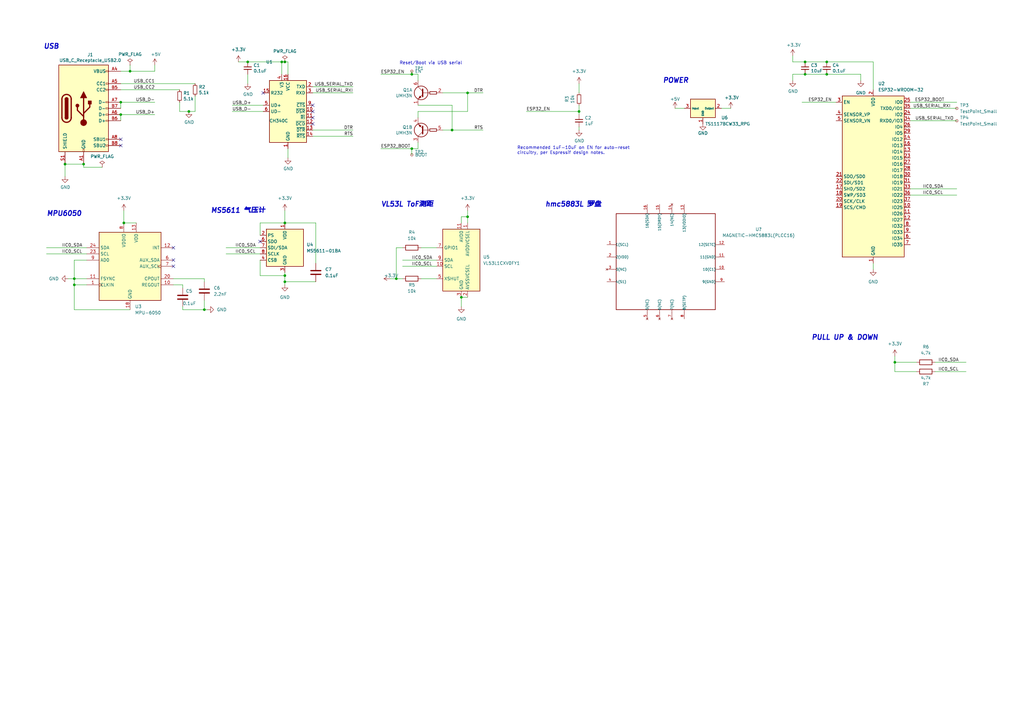
<source format=kicad_sch>
(kicad_sch (version 20211123) (generator eeschema)
  (paper "A3")
  (lib_symbols
    (symbol "+3.3V_1" (power) (pin_names (offset 0))
      (property "Value" "+3.3V_1" (at 0 3.556 0))
      (symbol "+3.3V_1_0_1"
        (polyline (pts (xy -0.762 1.27) (xy 0 2.54)))
        (polyline (pts (xy 0 0) (xy 0 2.54)))
        (polyline (pts (xy 0 2.54) (xy 0.762 1.27)))
      )
      (symbol "+3.3V_1_1_1"
        (pin power_in line (at 0 0 90) (length 0) hide (name "+3.3V") (number "1"))
      )
    )
    (symbol "Connector:TestPoint_Small" (pin_numbers hide) (pin_names (offset 0.762) hide)
      (property "Reference" "TP" (at 0 3.81 0))
      (property "Value" "TestPoint_Small" (at 0 2.032 0))
      (symbol "TestPoint_Small_0_1"
        (circle (center 0 0) (radius 0.508))
      )
      (symbol "TestPoint_Small_1_1"
        (pin passive line (at 0 0 90) (length 0) (name "1") (number "1"))
      )
    )
    (symbol "Connector:USB_C_Receptacle_USB2.0" (pin_names (offset 1.016))
      (property "Reference" "J" (at -10.16 19.05 0))
      (property "Value" "USB_C_Receptacle_USB2.0" (at 19.05 19.05 0))
      (symbol "USB_C_Receptacle_USB2.0_0_0"
        (rectangle (start -0.254 -17.78) (end 0.254 -16.764))
        (rectangle (start 10.16 -14.986) (end 9.144 -15.494))
        (rectangle (start 10.16 -12.446) (end 9.144 -12.954))
        (rectangle (start 10.16 -4.826) (end 9.144 -5.334))
        (rectangle (start 10.16 -2.286) (end 9.144 -2.794))
        (rectangle (start 10.16 0.254) (end 9.144 -0.254))
        (rectangle (start 10.16 2.794) (end 9.144 2.286))
        (rectangle (start 10.16 7.874) (end 9.144 7.366))
        (rectangle (start 10.16 10.414) (end 9.144 9.906))
        (rectangle (start 10.16 15.494) (end 9.144 14.986))
      )
      (symbol "USB_C_Receptacle_USB2.0_0_1"
        (rectangle (start -10.16 17.78) (end 10.16 -17.78) (stroke (width 0.254)) (fill (type background)))
        (arc (start -8.89 -3.81) (mid -6.985 -5.715) (end -5.08 -3.81) (stroke (width 0.508)))
        (arc (start -7.62 -3.81) (mid -6.985 -4.445) (end -6.35 -3.81) (stroke (width 0.254)))
        (arc (start -7.62 -3.81) (mid -6.985 -4.445) (end -6.35 -3.81) (stroke (width 0.254)) (fill (type outline)))
        (rectangle (start -7.62 -3.81) (end -6.35 3.81) (stroke (width 0.254)) (fill (type outline)))
        (arc (start -6.35 3.81) (mid -6.985 4.445) (end -7.62 3.81) (stroke (width 0.254)))
        (arc (start -6.35 3.81) (mid -6.985 4.445) (end -7.62 3.81) (stroke (width 0.254)) (fill (type outline)))
        (arc (start -5.08 3.81) (mid -6.985 5.715) (end -8.89 3.81) (stroke (width 0.508)))
        (circle (center -2.54 1.143) (radius 0.635) (stroke (width 0.254)) (fill (type outline)))
        (circle (center 0 -5.842) (radius 1.27) (fill (type outline)))
        (polyline (pts (xy -8.89 -3.81) (xy -8.89 3.81)) (stroke (width 0.508)))
        (polyline (pts (xy -5.08 3.81) (xy -5.08 -3.81)) (stroke (width 0.508)))
        (polyline (pts (xy 0 -5.842) (xy 0 4.318)) (stroke (width 0.508)))
        (polyline (pts (xy 0 -3.302) (xy -2.54 -0.762) (xy -2.54 0.508)) (stroke (width 0.508)))
        (polyline (pts (xy 0 -2.032) (xy 2.54 0.508) (xy 2.54 1.778)) (stroke (width 0.508)))
        (polyline (pts (xy -1.27 4.318) (xy 0 6.858) (xy 1.27 4.318) (xy -1.27 4.318)) (stroke (width 0.254)) (fill (type outline)))
        (rectangle (start 1.905 1.778) (end 3.175 3.048) (stroke (width 0.254)) (fill (type outline)))
      )
      (symbol "USB_C_Receptacle_USB2.0_1_1"
        (pin passive line (at 0 -22.86 90) (length 5.08) (name "GND") (number "A1"))
        (pin passive line (at 0 -22.86 90) (length 5.08) hide (name "GND") (number "A12"))
        (pin passive line (at 15.24 15.24 180) (length 5.08) (name "VBUS") (number "A4"))
        (pin bidirectional line (at 15.24 10.16 180) (length 5.08) (name "CC1") (number "A5"))
        (pin bidirectional line (at 15.24 -2.54 180) (length 5.08) (name "D+") (number "A6"))
        (pin bidirectional line (at 15.24 2.54 180) (length 5.08) (name "D-") (number "A7"))
        (pin bidirectional line (at 15.24 -12.7 180) (length 5.08) (name "SBU1") (number "A8"))
        (pin passive line (at 15.24 15.24 180) (length 5.08) hide (name "VBUS") (number "A9"))
        (pin passive line (at 0 -22.86 90) (length 5.08) hide (name "GND") (number "B1"))
        (pin passive line (at 0 -22.86 90) (length 5.08) hide (name "GND") (number "B12"))
        (pin passive line (at 15.24 15.24 180) (length 5.08) hide (name "VBUS") (number "B4"))
        (pin bidirectional line (at 15.24 7.62 180) (length 5.08) (name "CC2") (number "B5"))
        (pin bidirectional line (at 15.24 -5.08 180) (length 5.08) (name "D+") (number "B6"))
        (pin bidirectional line (at 15.24 0 180) (length 5.08) (name "D-") (number "B7"))
        (pin bidirectional line (at 15.24 -15.24 180) (length 5.08) (name "SBU2") (number "B8"))
        (pin passive line (at 15.24 15.24 180) (length 5.08) hide (name "VBUS") (number "B9"))
        (pin passive line (at -7.62 -22.86 90) (length 5.08) (name "SHIELD") (number "S1"))
      )
    )
    (symbol "Device:C" (pin_numbers hide) (pin_names (offset 0.254))
      (property "Reference" "C" (at 0.635 2.54 0))
      (property "Value" "C" (at 0.635 -2.54 0))
      (symbol "C_0_1"
        (polyline (pts (xy -2.032 -0.762) (xy 2.032 -0.762)) (stroke (width 0.508)))
        (polyline (pts (xy -2.032 0.762) (xy 2.032 0.762)) (stroke (width 0.508)))
      )
      (symbol "C_1_1"
        (pin passive line (at 0 3.81 270) (length 2.794) (name "~") (number "1"))
        (pin passive line (at 0 -3.81 90) (length 2.794) (name "~") (number "2"))
      )
    )
    (symbol "Device:C_Small" (pin_numbers hide) (pin_names (offset 0.254) hide)
      (property "Reference" "C" (at 0.254 1.778 0))
      (property "Value" "C_Small" (at 0.254 -2.032 0))
      (symbol "C_Small_0_1"
        (polyline (pts (xy -1.524 -0.508) (xy 1.524 -0.508)) (stroke (width 0.3302)))
        (polyline (pts (xy -1.524 0.508) (xy 1.524 0.508)) (stroke (width 0.3048)))
      )
      (symbol "C_Small_1_1"
        (pin passive line (at 0 2.54 270) (length 2.032) (name "~") (number "1"))
        (pin passive line (at 0 -2.54 90) (length 2.032) (name "~") (number "2"))
      )
    )
    (symbol "Device:R" (pin_numbers hide) (pin_names (offset 0))
      (property "Reference" "R" (at 2.032 0 90))
      (property "Value" "R" (at 0 0 90))
      (symbol "R_0_1"
        (rectangle (start -1.016 -2.54) (end 1.016 2.54) (stroke (width 0.254)))
      )
      (symbol "R_1_1"
        (pin passive line (at 0 3.81 270) (length 1.27) (name "~") (number "1"))
        (pin passive line (at 0 -3.81 90) (length 1.27) (name "~") (number "2"))
      )
    )
    (symbol "Device:R_Small" (pin_numbers hide) (pin_names (offset 0.254) hide)
      (property "Reference" "R" (at 0.762 0.508 0))
      (property "Value" "R_Small" (at 0.762 -1.016 0))
      (symbol "R_Small_0_1"
        (rectangle (start -0.762 1.778) (end 0.762 -1.778) (stroke (width 0.2032)))
      )
      (symbol "R_Small_1_1"
        (pin passive line (at 0 2.54 270) (length 0.762) (name "~") (number "1"))
        (pin passive line (at 0 -2.54 90) (length 0.762) (name "~") (number "2"))
      )
    )
    (symbol "HMC5883L:MAGNETIC-HMC5883L(PLCC16)" (pin_names (offset 1.016))
      (property "Reference" "U" (at 17.8054 22.8854 0))
      (property "Value" "MAGNETIC-HMC5883L(PLCC16)" (at 17.8054 20.3454 0))
      (symbol "MAGNETIC-HMC5883L(PLCC16)_0_0"
        (polyline (pts (xy -21.59 -7.62) (xy -20.32 -7.62)) (stroke (width 0.1524)))
        (polyline (pts (xy -21.59 -2.54) (xy -20.32 -2.54)) (stroke (width 0.1524)))
        (polyline (pts (xy -21.59 2.54) (xy -20.32 2.54)) (stroke (width 0.1524)))
        (polyline (pts (xy -21.59 7.62) (xy -20.32 7.62)) (stroke (width 0.1524)))
        (polyline (pts (xy -20.32 -19.05) (xy -7.62 -19.05)) (stroke (width 0.254)))
        (polyline (pts (xy -20.32 -7.62) (xy -20.32 -19.05)) (stroke (width 0.254)))
        (polyline (pts (xy -20.32 -2.54) (xy -20.32 -7.62)) (stroke (width 0.254)))
        (polyline (pts (xy -20.32 2.54) (xy -20.32 -2.54)) (stroke (width 0.254)))
        (polyline (pts (xy -20.32 7.62) (xy -20.32 2.54)) (stroke (width 0.254)))
        (polyline (pts (xy -20.32 20.32) (xy -20.32 7.62)) (stroke (width 0.254)))
        (polyline (pts (xy -7.62 -20.32) (xy -7.62 -19.05)) (stroke (width 0.1524)))
        (polyline (pts (xy -7.62 -19.05) (xy -2.54 -19.05)) (stroke (width 0.254)))
        (polyline (pts (xy -7.62 20.32) (xy -20.32 20.32)) (stroke (width 0.254)))
        (polyline (pts (xy -7.62 20.32) (xy -7.62 21.59)) (stroke (width 0.1524)))
        (polyline (pts (xy -2.54 -20.32) (xy -2.54 -19.05)) (stroke (width 0.1524)))
        (polyline (pts (xy -2.54 -19.05) (xy 2.54 -19.05)) (stroke (width 0.254)))
        (polyline (pts (xy -2.54 20.32) (xy -7.62 20.32)) (stroke (width 0.254)))
        (polyline (pts (xy -2.54 20.32) (xy -2.54 21.59)) (stroke (width 0.1524)))
        (polyline (pts (xy 2.54 -20.32) (xy 2.54 -19.05)) (stroke (width 0.1524)))
        (polyline (pts (xy 2.54 -19.05) (xy 7.62 -19.05)) (stroke (width 0.254)))
        (polyline (pts (xy 2.54 20.32) (xy -2.54 20.32)) (stroke (width 0.254)))
        (polyline (pts (xy 2.54 20.32) (xy 2.54 21.59)) (stroke (width 0.1524)))
        (polyline (pts (xy 7.62 -20.32) (xy 7.62 -19.05)) (stroke (width 0.1524)))
        (polyline (pts (xy 7.62 -19.05) (xy 20.32 -19.05)) (stroke (width 0.254)))
        (polyline (pts (xy 7.62 20.32) (xy 2.54 20.32)) (stroke (width 0.254)))
        (polyline (pts (xy 7.62 20.32) (xy 7.62 21.59)) (stroke (width 0.1524)))
        (polyline (pts (xy 20.32 -19.05) (xy 20.32 -7.62)) (stroke (width 0.254)))
        (polyline (pts (xy 20.32 -7.62) (xy 20.32 -2.54)) (stroke (width 0.254)))
        (polyline (pts (xy 20.32 -7.62) (xy 21.59 -7.62)) (stroke (width 0.1524)))
        (polyline (pts (xy 20.32 -2.54) (xy 20.32 2.54)) (stroke (width 0.254)))
        (polyline (pts (xy 20.32 -2.54) (xy 21.59 -2.54)) (stroke (width 0.1524)))
        (polyline (pts (xy 20.32 2.54) (xy 20.32 7.62)) (stroke (width 0.254)))
        (polyline (pts (xy 20.32 2.54) (xy 21.59 2.54)) (stroke (width 0.1524)))
        (polyline (pts (xy 20.32 7.62) (xy 20.32 20.32)) (stroke (width 0.254)))
        (polyline (pts (xy 20.32 7.62) (xy 21.59 7.62)) (stroke (width 0.1524)))
        (polyline (pts (xy 20.32 20.32) (xy 7.62 20.32)) (stroke (width 0.254)))
        (pin bidirectional line (at -24.13 7.62 0) (length 2.54) (name "1(SCL)") (number "1"))
        (pin bidirectional line (at 24.13 -2.54 180) (length 2.54) (name "10(C1)") (number "10"))
        (pin output line (at 24.13 2.54 180) (length 2.54) (name "11(GND)") (number "11"))
        (pin bidirectional line (at 24.13 7.62 180) (length 2.54) (name "12(SETC)") (number "12"))
        (pin output line (at 7.62 24.13 270) (length 2.54) (name "13(VDDIO)") (number "13"))
        (pin no_connect line (at 2.54 24.13 270) (length 2.54) (name "14(NC)") (number "14"))
        (pin bidirectional line (at -2.54 24.13 270) (length 2.54) (name "15(DRDY)") (number "15"))
        (pin bidirectional line (at -7.62 24.13 270) (length 2.54) (name "16(SDA)") (number "16"))
        (pin output line (at -24.13 2.54 0) (length 2.54) (name "2(VDD)") (number "2"))
        (pin no_connect line (at -24.13 -2.54 0) (length 2.54) (name "3(NC)") (number "3"))
        (pin bidirectional line (at -24.13 -7.62 0) (length 2.54) (name "4(S1)") (number "4"))
        (pin no_connect line (at -7.62 -22.86 90) (length 2.54) (name "5(NC)") (number "5"))
        (pin no_connect line (at -2.54 -22.86 90) (length 2.54) (name "6(NC)") (number "6"))
        (pin no_connect line (at 2.54 -22.86 90) (length 2.54) (name "7(NC)") (number "7"))
        (pin bidirectional line (at 7.62 -22.86 90) (length 2.54) (name "8(SETP)") (number "8"))
        (pin power_in line (at 24.13 -7.62 180) (length 2.54) (name "9(GND)") (number "9"))
      )
    )
    (symbol "Interface_USB:CH340C"
      (property "Reference" "U" (at -5.08 13.97 0))
      (property "Value" "CH340C" (at 1.27 13.97 0))
      (symbol "CH340C_0_1"
        (rectangle (start -7.62 12.7) (end 7.62 -12.7) (stroke (width 0.254)) (fill (type background)))
      )
      (symbol "CH340C_1_1"
        (pin power_in line (at 0 -15.24 90) (length 2.54) (name "GND") (number "1"))
        (pin input line (at 10.16 0 180) (length 2.54) (name "~{DSR}") (number "10"))
        (pin input line (at 10.16 -2.54 180) (length 2.54) (name "~{RI}") (number "11"))
        (pin input line (at 10.16 -5.08 180) (length 2.54) (name "~{DCD}") (number "12"))
        (pin output line (at 10.16 -7.62 180) (length 2.54) (name "~{DTR}") (number "13"))
        (pin output line (at 10.16 -10.16 180) (length 2.54) (name "~{RTS}") (number "14"))
        (pin input line (at -10.16 7.62 0) (length 2.54) (name "R232") (number "15"))
        (pin power_in line (at 0 15.24 270) (length 2.54) (name "VCC") (number "16"))
        (pin output line (at 10.16 10.16 180) (length 2.54) (name "TXD") (number "2"))
        (pin input line (at 10.16 7.62 180) (length 2.54) (name "RXD") (number "3"))
        (pin passive line (at -2.54 15.24 270) (length 2.54) (name "V3") (number "4"))
        (pin bidirectional line (at -10.16 2.54 0) (length 2.54) (name "UD+") (number "5"))
        (pin bidirectional line (at -10.16 0 0) (length 2.54) (name "UD-") (number "6"))
        (pin no_connect line (at -7.62 -7.62 0) (length 2.54) hide (name "NC") (number "7"))
        (pin no_connect line (at -7.62 -10.16 0) (length 2.54) hide (name "NC") (number "8"))
        (pin input line (at 10.16 2.54 180) (length 2.54) (name "~{CTS}") (number "9"))
      )
    )
    (symbol "RF_Module:ESP32-WROOM-32"
      (property "Reference" "U" (at -12.7 34.29 0))
      (property "Value" "ESP32-WROOM-32" (at 1.27 34.29 0))
      (symbol "ESP32-WROOM-32_0_1"
        (rectangle (start -12.7 33.02) (end 12.7 -33.02) (stroke (width 0.254)) (fill (type background)))
      )
      (symbol "ESP32-WROOM-32_1_1"
        (pin power_in line (at 0 -35.56 90) (length 2.54) (name "GND") (number "1"))
        (pin bidirectional line (at 15.24 -12.7 180) (length 2.54) (name "IO25") (number "10"))
        (pin bidirectional line (at 15.24 -15.24 180) (length 2.54) (name "IO26") (number "11"))
        (pin bidirectional line (at 15.24 -17.78 180) (length 2.54) (name "IO27") (number "12"))
        (pin bidirectional line (at 15.24 10.16 180) (length 2.54) (name "IO14") (number "13"))
        (pin bidirectional line (at 15.24 15.24 180) (length 2.54) (name "IO12") (number "14"))
        (pin passive line (at 0 -35.56 90) (length 2.54) hide (name "GND") (number "15"))
        (pin bidirectional line (at 15.24 12.7 180) (length 2.54) (name "IO13") (number "16"))
        (pin bidirectional line (at -15.24 -5.08 0) (length 2.54) (name "SHD/SD2") (number "17"))
        (pin bidirectional line (at -15.24 -7.62 0) (length 2.54) (name "SWP/SD3") (number "18"))
        (pin bidirectional line (at -15.24 -12.7 0) (length 2.54) (name "SCS/CMD") (number "19"))
        (pin power_in line (at 0 35.56 270) (length 2.54) (name "VDD") (number "2"))
        (pin bidirectional line (at -15.24 -10.16 0) (length 2.54) (name "SCK/CLK") (number "20"))
        (pin bidirectional line (at -15.24 0 0) (length 2.54) (name "SDO/SD0") (number "21"))
        (pin bidirectional line (at -15.24 -2.54 0) (length 2.54) (name "SDI/SD1") (number "22"))
        (pin bidirectional line (at 15.24 7.62 180) (length 2.54) (name "IO15") (number "23"))
        (pin bidirectional line (at 15.24 25.4 180) (length 2.54) (name "IO2") (number "24"))
        (pin bidirectional line (at 15.24 30.48 180) (length 2.54) (name "IO0") (number "25"))
        (pin bidirectional line (at 15.24 20.32 180) (length 2.54) (name "IO4") (number "26"))
        (pin bidirectional line (at 15.24 5.08 180) (length 2.54) (name "IO16") (number "27"))
        (pin bidirectional line (at 15.24 2.54 180) (length 2.54) (name "IO17") (number "28"))
        (pin bidirectional line (at 15.24 17.78 180) (length 2.54) (name "IO5") (number "29"))
        (pin input line (at -15.24 30.48 0) (length 2.54) (name "EN") (number "3"))
        (pin bidirectional line (at 15.24 0 180) (length 2.54) (name "IO18") (number "30"))
        (pin bidirectional line (at 15.24 -2.54 180) (length 2.54) (name "IO19") (number "31"))
        (pin no_connect line (at -12.7 -27.94 0) (length 2.54) hide (name "NC") (number "32"))
        (pin bidirectional line (at 15.24 -5.08 180) (length 2.54) (name "IO21") (number "33"))
        (pin bidirectional line (at 15.24 22.86 180) (length 2.54) (name "RXD0/IO3") (number "34"))
        (pin bidirectional line (at 15.24 27.94 180) (length 2.54) (name "TXD0/IO1") (number "35"))
        (pin bidirectional line (at 15.24 -7.62 180) (length 2.54) (name "IO22") (number "36"))
        (pin bidirectional line (at 15.24 -10.16 180) (length 2.54) (name "IO23") (number "37"))
        (pin passive line (at 0 -35.56 90) (length 2.54) hide (name "GND") (number "38"))
        (pin passive line (at 0 -35.56 90) (length 2.54) hide (name "GND") (number "39"))
        (pin input line (at -15.24 25.4 0) (length 2.54) (name "SENSOR_VP") (number "4"))
        (pin input line (at -15.24 22.86 0) (length 2.54) (name "SENSOR_VN") (number "5"))
        (pin input line (at 15.24 -25.4 180) (length 2.54) (name "IO34") (number "6"))
        (pin input line (at 15.24 -27.94 180) (length 2.54) (name "IO35") (number "7"))
        (pin bidirectional line (at 15.24 -20.32 180) (length 2.54) (name "IO32") (number "8"))
        (pin bidirectional line (at 15.24 -22.86 180) (length 2.54) (name "IO33") (number "9"))
      )
    )
    (symbol "Regulator_Linear:TS1117BCW33_RPG"
      (property "Reference" "U" (at 0 8.89 0))
      (property "Value" "TS1117BCW33_RPG" (at 0 6.35 0))
      (symbol "TS1117BCW33_RPG_0_1"
        (rectangle (start -5.08 3.81) (end 5.08 -3.81) (stroke (width 0.25)) (fill (type background)))
      )
      (symbol "TS1117BCW33_RPG_1_1"
        (pin power_in line (at 0 -6.35 90) (length 2.54) (name "GND") (number "1"))
        (pin passive line (at 7.62 0 180) (length 2.54) (name "Output") (number "2"))
        (pin power_in line (at -7.62 0 0) (length 2.54) (name "Input") (number "3"))
      )
    )
    (symbol "Sensor_Distance:VL53L1CXV0FY1"
      (property "Reference" "U" (at -6.35 13.97 0))
      (property "Value" "VL53L1CXV0FY1" (at 12.065 13.97 0))
      (symbol "VL53L1CXV0FY1_0_1"
        (rectangle (start -7.62 12.7) (end 7.62 -12.7) (stroke (width 0.254)) (fill (type background)))
      )
      (symbol "VL53L1CXV0FY1_1_1"
        (pin power_in line (at 2.54 15.24 270) (length 2.54) (name "AVDDVCSEL") (number "1"))
        (pin input line (at -10.16 -2.54 0) (length 2.54) (name "SCL") (number "10"))
        (pin power_in line (at 0 15.24 270) (length 2.54) (name "AVDD") (number "11"))
        (pin passive line (at 0 -15.24 90) (length 2.54) hide (name "GND") (number "12"))
        (pin power_in line (at 2.54 -15.24 90) (length 2.54) (name "AVSSVCSEL") (number "2"))
        (pin power_in line (at 0 -15.24 90) (length 2.54) (name "GND") (number "3"))
        (pin passive line (at 0 -15.24 90) (length 2.54) hide (name "GND") (number "4"))
        (pin input line (at -10.16 -7.62 0) (length 2.54) (name "XSHUT") (number "5"))
        (pin passive line (at 0 -15.24 90) (length 2.54) hide (name "GND") (number "6"))
        (pin open_collector line (at -10.16 5.08 0) (length 2.54) (name "GPIO1") (number "7"))
        (pin no_connect line (at -7.62 7.62 0) (length 2.54) hide (name "DNC") (number "8"))
        (pin bidirectional line (at -10.16 0 0) (length 2.54) (name "SDA") (number "9"))
      )
    )
    (symbol "Sensor_Motion:MPU-6050"
      (property "Reference" "U" (at -11.43 13.97 0))
      (property "Value" "MPU-6050" (at 7.62 -15.24 0))
      (symbol "MPU-6050_0_0"
        (text "" (at 12.7 -2.54 0) (effects (font (size 1.27 1.27))))
      )
      (symbol "MPU-6050_0_1"
        (rectangle (start -12.7 13.97) (end 12.7 -13.97) (stroke (width 0.254)) (fill (type background)))
      )
      (symbol "MPU-6050_1_1"
        (pin input clock (at -17.78 -7.62 0) (length 5.08) (name "CLKIN") (number "1"))
        (pin passive line (at 17.78 -7.62 180) (length 5.08) (name "REGOUT") (number "10"))
        (pin input line (at -17.78 -5.08 0) (length 5.08) (name "FSYNC") (number "11"))
        (pin output line (at 17.78 7.62 180) (length 5.08) (name "INT") (number "12"))
        (pin power_in line (at 2.54 17.78 270) (length 3.81) (name "VDD") (number "13"))
        (pin no_connect line (at -12.7 -10.16 0) (length 2.54) hide (name "NC") (number "14"))
        (pin no_connect line (at 12.7 12.7 180) (length 2.54) hide (name "NC") (number "15"))
        (pin no_connect line (at 12.7 10.16 180) (length 2.54) hide (name "NC") (number "16"))
        (pin no_connect line (at 12.7 5.08 180) (length 2.54) hide (name "NC") (number "17"))
        (pin power_in line (at 0 -17.78 90) (length 3.81) (name "GND") (number "18"))
        (pin no_connect line (at 12.7 -10.16 180) (length 2.54) hide (name "NC") (number "19"))
        (pin no_connect line (at -12.7 12.7 0) (length 2.54) hide (name "NC") (number "2"))
        (pin passive line (at 17.78 -5.08 180) (length 5.08) (name "CPOUT") (number "20"))
        (pin no_connect line (at 12.7 -2.54 180) (length 2.54) hide (name "NC") (number "21"))
        (pin no_connect line (at 12.7 -12.7 180) (length 2.54) hide (name "NC") (number "22"))
        (pin input line (at -17.78 5.08 0) (length 5.08) (name "SCL") (number "23"))
        (pin bidirectional line (at -17.78 7.62 0) (length 5.08) (name "SDA") (number "24"))
        (pin no_connect line (at -12.7 10.16 0) (length 2.54) hide (name "NC") (number "3"))
        (pin no_connect line (at -12.7 0 0) (length 2.54) hide (name "NC") (number "4"))
        (pin no_connect line (at -12.7 -2.54 0) (length 2.54) hide (name "NC") (number "5"))
        (pin bidirectional line (at 17.78 2.54 180) (length 5.08) (name "AUX_SDA") (number "6"))
        (pin output clock (at 17.78 0 180) (length 5.08) (name "AUX_SCL") (number "7"))
        (pin power_in line (at -2.54 17.78 270) (length 3.81) (name "VDDIO") (number "8"))
        (pin input line (at -17.78 2.54 0) (length 5.08) (name "AD0") (number "9"))
      )
    )
    (symbol "Sensor_Pressure:MS5611-01BA"
      (property "Reference" "U" (at -6.35 8.89 0))
      (property "Value" "MS5611-01BA" (at 7.62 8.89 0))
      (symbol "MS5611-01BA_0_1"
        (rectangle (start -7.62 7.62) (end 7.62 -7.62) (stroke (width 0.254)) (fill (type background)))
      )
      (symbol "MS5611-01BA_1_1"
        (pin power_in line (at 0 10.16 270) (length 2.54) (name "VDD") (number "1"))
        (pin input line (at -10.16 5.08 0) (length 2.54) (name "PS") (number "2"))
        (pin power_in line (at 0 -10.16 90) (length 2.54) (name "GND") (number "3"))
        (pin input line (at -10.16 -5.08 0) (length 2.54) (name "CSB") (number "4"))
        (pin input line (at -10.16 -5.08 0) (length 2.54) hide (name "CSB") (number "5"))
        (pin output line (at -10.16 2.54 0) (length 2.54) (name "SDO") (number "6"))
        (pin bidirectional line (at -10.16 0 0) (length 2.54) (name "SDI/SDA") (number "7"))
        (pin input line (at -10.16 -2.54 0) (length 2.54) (name "SCLK") (number "8"))
      )
    )
    (symbol "Transistor_BJT:UMH3N" (pin_names hide)
      (property "Reference" "Q" (at 7.62 1.27 0))
      (property "Value" "UMH3N" (at 7.62 -1.27 0))
      (symbol "UMH3N_0_1"
        (polyline (pts (xy 3.175 0) (xy 0.254 0)))
        (polyline (pts (xy 3.175 0.635) (xy 5.08 2.54)))
        (polyline (pts (xy 3.175 1.524) (xy 3.175 -1.524)) (stroke (width 0.508)))
        (polyline (pts (xy 3.175 -0.635) (xy 5.08 -2.54) (xy 5.08 -2.54)))
        (polyline (pts (xy 3.81 -1.778) (xy 4.318 -1.27) (xy 4.826 -2.286) (xy 3.81 -1.778) (xy 3.81 -1.778)) (fill (type outline)))
        (rectangle (start 0.254 0.508) (end -2.54 -0.508) (stroke (width 0.254)))
        (circle (center 3.81 0) (radius 2.8194) (stroke (width 0.254)))
      )
      (symbol "UMH3N_1_1"
        (pin passive line (at 5.08 -5.08 90) (length 2.54) (name "E1") (number "1"))
        (pin input line (at -5.08 0 0) (length 2.54) (name "B1") (number "2"))
        (pin passive line (at 5.08 5.08 270) (length 2.54) (name "C1") (number "6"))
      )
      (symbol "UMH3N_2_1"
        (pin passive line (at 5.08 5.08 270) (length 2.54) (name "C2") (number "3"))
        (pin passive line (at 5.08 -5.08 90) (length 2.54) (name "E2") (number "4"))
        (pin input line (at -5.08 0 0) (length 2.54) (name "B2") (number "5"))
      )
    )
    (symbol "power:+3.3V" (power) (pin_names (offset 0))
      (property "Value" "+3.3V" (at 0 3.556 0))
      (symbol "+3.3V_0_1"
        (polyline (pts (xy -0.762 1.27) (xy 0 2.54)))
        (polyline (pts (xy 0 0) (xy 0 2.54)))
        (polyline (pts (xy 0 2.54) (xy 0.762 1.27)))
      )
      (symbol "+3.3V_1_1"
        (pin power_in line (at 0 0 90) (length 0) hide (name "+3.3V") (number "1"))
      )
    )
    (symbol "power:+5V" (power) (pin_names (offset 0))
      (property "Value" "+5V" (at 0 3.556 0))
      (symbol "+5V_0_1"
        (polyline (pts (xy -0.762 1.27) (xy 0 2.54)))
        (polyline (pts (xy 0 0) (xy 0 2.54)))
        (polyline (pts (xy 0 2.54) (xy 0.762 1.27)))
      )
      (symbol "+5V_1_1"
        (pin power_in line (at 0 0 90) (length 0) hide (name "+5V") (number "1"))
      )
    )
    (symbol "power:GND" (power) (pin_names (offset 0))
      (property "Value" "GND" (at 0 -3.81 0))
      (symbol "GND_0_1"
        (polyline (pts (xy 0 0) (xy 0 -1.27) (xy 1.27 -1.27) (xy 0 -2.54) (xy -1.27 -1.27) (xy 0 -1.27)))
      )
      (symbol "GND_1_1"
        (pin power_in line (at 0 0 270) (length 0) hide (name "GND") (number "1"))
      )
    )
    (symbol "power:PWR_FLAG" (power) (pin_numbers hide) (pin_names (offset 0) hide)
      (property "Value" "PWR_FLAG" (at 0 3.81 0))
      (symbol "PWR_FLAG_0_0"
        (pin power_out line (at 0 0 90) (length 0) (name "pwr") (number "1"))
      )
      (symbol "PWR_FLAG_0_1"
        (polyline (pts (xy 0 0) (xy 0 1.27) (xy -1.016 1.905) (xy 0 2.54) (xy 1.016 1.905) (xy 0 1.27)))
      )
    )
  )
  (junction (at 191.77 38.1))
  (junction (at 191.77 88.9))
  (junction (at 162.56 114.3))
  (junction (at 34.29 67.31))
  (junction (at 77.47 45.72))
  (junction (at 115.57 25.4))
  (junction (at 168.91 60.96))
  (junction (at 53.34 29.21))
  (junction (at 49.53 46.99))
  (junction (at 30.48 116.84))
  (junction (at 83.82 127))
  (junction (at 185.42 53.34))
  (junction (at 50.8 91.44))
  (junction (at 26.67 67.31))
  (junction (at 116.84 115.57))
  (junction (at 49.53 41.91))
  (junction (at 367.03 148.59))
  (junction (at 116.84 91.44))
  (junction (at 339.09 25.4))
  (junction (at 339.09 30.48))
  (junction (at 189.23 121.92))
  (junction (at 168.91 30.48))
  (junction (at 237.49 45.72))
  (junction (at 116.84 113.03))
  (junction (at 330.2 25.4))
  (junction (at 101.6 25.4))
  (junction (at 116.84 25.4))
  (junction (at 330.2 30.48))
  (junction (at 30.48 114.3))
  (no_connect (at 49.53 59.69))
  (no_connect (at 128.27 45.72))
  (no_connect (at 128.27 48.26))
  (no_connect (at 107.95 38.1))
  (no_connect (at 106.68 99.06))
  (no_connect (at 49.53 57.15))
  (no_connect (at 71.12 106.68))
  (no_connect (at 71.12 109.22))
  (no_connect (at 128.27 50.8))
  (no_connect (at 128.27 43.18))
  (no_connect (at 71.12 101.6))
  (wire (pts (xy 49.53 46.99) (xy 49.53 49.53)))
  (wire (pts (xy 330.2 25.4) (xy 325.12 25.4)))
  (wire (pts (xy 189.23 121.92) (xy 189.23 125.73)))
  (wire (pts (xy 118.11 25.4) (xy 116.84 25.4)))
  (wire (pts (xy 71.12 114.3) (xy 83.82 114.3)))
  (wire (pts (xy 339.09 25.4) (xy 330.2 25.4)))
  (wire (pts (xy 101.6 25.4) (xy 115.57 25.4)))
  (wire (pts (xy 189.23 91.44) (xy 189.23 88.9)))
  (wire (pts (xy 160.02 114.3) (xy 162.56 114.3)))
  (wire (pts (xy 373.38 41.91) (xy 392.43 41.91)))
  (wire (pts (xy 373.38 77.47) (xy 392.43 77.47)))
  (wire (pts (xy 353.06 30.48) (xy 353.06 33.02)))
  (wire (pts (xy 27.94 114.3) (xy 30.48 114.3)))
  (wire (pts (xy 128.27 35.56) (xy 144.78 35.56)))
  (wire (pts (xy 367.03 146.05) (xy 367.03 148.59)))
  (wire (pts (xy 171.45 30.48) (xy 171.45 33.02)))
  (wire (pts (xy 80.01 45.72) (xy 80.01 39.37)))
  (wire (pts (xy 26.67 67.31) (xy 26.67 72.39)))
  (wire (pts (xy 171.45 43.18) (xy 185.42 43.18)))
  (wire (pts (xy 181.61 53.34) (xy 185.42 53.34)))
  (wire (pts (xy 116.84 113.03) (xy 116.84 115.57)))
  (wire (pts (xy 34.29 68.58) (xy 41.91 68.58)))
  (wire (pts (xy 97.79 25.4) (xy 101.6 25.4)))
  (wire (pts (xy 77.47 45.72) (xy 80.01 45.72)))
  (wire (pts (xy 30.48 114.3) (xy 35.56 114.3)))
  (wire (pts (xy 168.91 63.5) (xy 168.91 60.96)))
  (wire (pts (xy 171.45 45.72) (xy 191.77 45.72)))
  (wire (pts (xy 156.21 30.48) (xy 168.91 30.48)))
  (wire (pts (xy 106.68 106.68) (xy 106.68 113.03)))
  (wire (pts (xy 358.14 107.95) (xy 358.14 110.49)))
  (wire (pts (xy 165.1 109.22) (xy 179.07 109.22)))
  (wire (pts (xy 92.71 101.6) (xy 106.68 101.6)))
  (wire (pts (xy 49.53 46.99) (xy 63.5 46.99)))
  (wire (pts (xy 162.56 101.6) (xy 162.56 114.3)))
  (wire (pts (xy 49.53 34.29) (xy 80.01 34.29)))
  (wire (pts (xy 116.84 115.57) (xy 116.84 116.84)))
  (wire (pts (xy 35.56 116.84) (xy 30.48 116.84)))
  (wire (pts (xy 185.42 43.18) (xy 185.42 53.34)))
  (wire (pts (xy 116.84 86.36) (xy 116.84 91.44)))
  (wire (pts (xy 276.86 44.45) (xy 280.67 44.45)))
  (wire (pts (xy 116.84 25.4) (xy 115.57 25.4)))
  (wire (pts (xy 185.42 53.34) (xy 198.12 53.34)))
  (wire (pts (xy 191.77 38.1) (xy 198.12 38.1)))
  (wire (pts (xy 373.38 44.45) (xy 392.43 44.45)))
  (wire (pts (xy 49.53 41.91) (xy 49.53 44.45)))
  (wire (pts (xy 168.91 30.48) (xy 171.45 30.48)))
  (wire (pts (xy 30.48 116.84) (xy 30.48 114.3)))
  (wire (pts (xy 35.56 106.68) (xy 30.48 106.68)))
  (wire (pts (xy 83.82 123.19) (xy 83.82 127)))
  (wire (pts (xy 30.48 106.68) (xy 30.48 114.3)))
  (wire (pts (xy 191.77 45.72) (xy 191.77 38.1)))
  (wire (pts (xy 71.12 116.84) (xy 74.93 116.84)))
  (wire (pts (xy 74.93 116.84) (xy 74.93 118.11)))
  (wire (pts (xy 383.54 148.59) (xy 396.24 148.59)))
  (wire (pts (xy 83.82 127) (xy 85.09 127)))
  (wire (pts (xy 118.11 30.48) (xy 118.11 25.4)))
  (wire (pts (xy 106.68 113.03) (xy 116.84 113.03)))
  (wire (pts (xy 325.12 25.4) (xy 325.12 22.86)))
  (wire (pts (xy 383.54 152.4) (xy 396.24 152.4)))
  (wire (pts (xy 95.25 45.72) (xy 107.95 45.72)))
  (wire (pts (xy 191.77 121.92) (xy 189.23 121.92)))
  (wire (pts (xy 373.38 80.01) (xy 392.43 80.01)))
  (wire (pts (xy 189.23 88.9) (xy 191.77 88.9)))
  (wire (pts (xy 74.93 125.73) (xy 74.93 127)))
  (wire (pts (xy 339.09 30.48) (xy 353.06 30.48)))
  (wire (pts (xy 162.56 114.3) (xy 165.1 114.3)))
  (wire (pts (xy 73.66 41.91) (xy 73.66 45.72)))
  (wire (pts (xy 237.49 53.34) (xy 237.49 52.07)))
  (wire (pts (xy 101.6 30.48) (xy 101.6 34.29)))
  (wire (pts (xy 191.77 86.36) (xy 191.77 88.9)))
  (wire (pts (xy 19.05 101.6) (xy 35.56 101.6)))
  (wire (pts (xy 168.91 29.21) (xy 168.91 30.48)))
  (wire (pts (xy 358.14 25.4) (xy 358.14 36.83)))
  (wire (pts (xy 129.54 107.95) (xy 129.54 91.44)))
  (wire (pts (xy 19.05 104.14) (xy 35.56 104.14)))
  (wire (pts (xy 373.38 49.53) (xy 392.43 49.53)))
  (wire (pts (xy 115.57 25.4) (xy 115.57 30.48)))
  (wire (pts (xy 129.54 91.44) (xy 116.84 91.44)))
  (wire (pts (xy 53.34 29.21) (xy 63.5 29.21)))
  (wire (pts (xy 49.53 29.21) (xy 53.34 29.21)))
  (wire (pts (xy 118.11 64.77) (xy 118.11 60.96)))
  (wire (pts (xy 215.9 45.72) (xy 237.49 45.72)))
  (wire (pts (xy 168.91 60.96) (xy 156.21 60.96)))
  (wire (pts (xy 165.1 106.68) (xy 179.07 106.68)))
  (wire (pts (xy 34.29 67.31) (xy 26.67 67.31)))
  (wire (pts (xy 237.49 34.29) (xy 237.49 38.1)))
  (wire (pts (xy 30.48 127) (xy 30.48 116.84)))
  (wire (pts (xy 106.68 91.44) (xy 116.84 91.44)))
  (wire (pts (xy 237.49 45.72) (xy 237.49 43.18)))
  (wire (pts (xy 367.03 148.59) (xy 375.92 148.59)))
  (wire (pts (xy 92.71 104.14) (xy 106.68 104.14)))
  (wire (pts (xy 295.91 44.45) (xy 299.72 44.45)))
  (wire (pts (xy 328.93 41.91) (xy 342.9 41.91)))
  (wire (pts (xy 106.68 96.52) (xy 106.68 91.44)))
  (wire (pts (xy 55.88 91.44) (xy 50.8 91.44)))
  (wire (pts (xy 165.1 101.6) (xy 162.56 101.6)))
  (wire (pts (xy 128.27 38.1) (xy 144.78 38.1)))
  (wire (pts (xy 367.03 152.4) (xy 367.03 148.59)))
  (wire (pts (xy 63.5 26.67) (xy 63.5 29.21)))
  (wire (pts (xy 128.27 55.88) (xy 144.78 55.88)))
  (wire (pts (xy 74.93 127) (xy 83.82 127)))
  (wire (pts (xy 73.66 45.72) (xy 77.47 45.72)))
  (wire (pts (xy 49.53 41.91) (xy 63.5 41.91)))
  (wire (pts (xy 53.34 127) (xy 30.48 127)))
  (wire (pts (xy 53.34 26.67) (xy 53.34 29.21)))
  (wire (pts (xy 128.27 53.34) (xy 144.78 53.34)))
  (wire (pts (xy 34.29 67.31) (xy 34.29 68.58)))
  (wire (pts (xy 83.82 114.3) (xy 83.82 115.57)))
  (wire (pts (xy 129.54 115.57) (xy 116.84 115.57)))
  (wire (pts (xy 325.12 30.48) (xy 325.12 33.02)))
  (wire (pts (xy 116.84 111.76) (xy 116.84 113.03)))
  (wire (pts (xy 325.12 30.48) (xy 330.2 30.48)))
  (wire (pts (xy 107.95 43.18) (xy 95.25 43.18)))
  (wire (pts (xy 339.09 30.48) (xy 330.2 30.48)))
  (wire (pts (xy 339.09 25.4) (xy 358.14 25.4)))
  (wire (pts (xy 50.8 86.36) (xy 50.8 91.44)))
  (wire (pts (xy 191.77 88.9) (xy 191.77 91.44)))
  (wire (pts (xy 171.45 60.96) (xy 168.91 60.96)))
  (wire (pts (xy 172.72 114.3) (xy 179.07 114.3)))
  (wire (pts (xy 172.72 101.6) (xy 179.07 101.6)))
  (wire (pts (xy 181.61 38.1) (xy 191.77 38.1)))
  (wire (pts (xy 171.45 48.26) (xy 171.45 45.72)))
  (wire (pts (xy 171.45 58.42) (xy 171.45 60.96)))
  (wire (pts (xy 375.92 152.4) (xy 367.03 152.4)))
  (wire (pts (xy 49.53 36.83) (xy 73.66 36.83)))
  (wire (pts (xy 237.49 46.99) (xy 237.49 45.72)))
  (text "POWER" (at 271.78 34.29 0) (effects (font (size 2.0066 2.0066) (thickness 0.4013) bold italic) (justify left bottom)))
  (text "MPU6050" (at 19.05 88.9 0) (effects (font (size 2.0066 2.0066) (thickness 0.4013) bold italic) (justify left bottom)))
  (text "VL53L ToF测距" (at 156.21 85.09 0) (effects (font (size 2.0066 2.0066) (thickness 0.4013) bold italic) (justify left bottom)))
  (text "Reset/Boot via USB serial" (at 163.83 26.67 0) (effects (font (size 1.27 1.27)) (justify left bottom)))
  (text "hmc5883L 罗盘" (at 223.52 85.09 0) (effects (font (size 2.0066 2.0066) (thickness 0.4013) bold italic) (justify left bottom)))
  (text "USB" (at 17.78 20.32 0) (effects (font (size 2.0066 2.0066) (thickness 0.4013) bold italic) (justify left bottom)))
  (text "PULL UP & DOWN" (at 332.74 139.7 0) (effects (font (size 2.0066 2.0066) (thickness 0.4013) bold italic) (justify left bottom)))
  (text "Recommended 1uF-10uF on EN for auto-reset\ncircuitry, per Espressif design notes." (at 212.09 63.5 0) (effects (font (size 1.27 1.27)) (justify left bottom)))
  (text "MS5611 气压计" (at 86.36 87.63 0) (effects (font (size 2.0066 2.0066) (thickness 0.4013) bold italic) (justify left bottom)))
  (label "DTR" (at 198.12 38.1 180))
  (label "IIC0_SDA" (at 96.52 101.6 0))
  (label "IIC0_SCL" (at 25.4 104.14 0))
  (label "DTR" (at 144.78 53.34 180))
  (label "IIC0_SDA" (at 168.91 106.68 0))
  (label "ESP32_EN" (at 215.9 45.72 0))
  (label "ESP32_BOOT" (at 387.35 41.91 180))
  (label "USB_D+" (at 95.25 43.18 0))
  (label "USB_CC1" (at 63.5 34.29 180))
  (label "IIC0_SDA" (at 25.4 101.6 0))
  (label "IIC0_SDA" (at 384.81 148.59 0))
  (label "IIC0_SCL" (at 384.81 152.4 0))
  (label "ESP32_EN" (at 331.47 41.91 0))
  (label "ESP32_EN" (at 156.21 30.48 0))
  (label "USB_SERIAL_TXO" (at 391.16 49.53 180))
  (label "ESP32_BOOT" (at 156.21 60.96 0))
  (label "USB_SERIAL_TXO" (at 144.78 35.56 180))
  (label "USB_SERIAL_RXI" (at 389.89 44.45 180))
  (label "RTS" (at 198.12 53.34 180))
  (label "IIC0_SCL" (at 168.91 109.22 0))
  (label "USB_D-" (at 95.25 45.72 0))
  (label "USB_D-" (at 63.5 41.91 180))
  (label "USB_SERIAL_RXI" (at 144.78 38.1 180))
  (label "USB_CC2" (at 63.5 36.83 180))
  (label "IIC0_SCL" (at 96.52 104.14 0))
  (label "RTS" (at 144.78 55.88 180))
  (label "USB_D+" (at 63.5 46.99 180))
  (label "IIC0_SDA" (at 378.46 77.47 0))
  (label "IIC0_SCL" (at 378.46 80.01 0))
  (symbol (lib_id "power:GND") (at 353.06 33.02 0) (unit 1)
    (property "Reference" "#PWR010" (effects hide))
    (property "Value" "GND" (at 353.06 38.1 0))
  )
  (symbol (lib_id "Interface_USB:CH340C") (at 118.11 45.72 0) (unit 1)
    (property "Reference" "U1" (at 110.49 25.4 0))
    (property "Value" "CH340C" (at 114.3 49.53 0))
    (property "Footprint" "Package_SO:SOIC-16_3.9x9.9mm_P1.27mm" (effects hide))
    (property "Datasheet" "https://datasheet.lcsc.com/szlcsc/Jiangsu-Qin-Heng-CH340C_C84681.pdf" (effects hide))
    (property "LCSC" "C84681" (effects hide))
    (property "Digikey" "N/A" (effects hide))
    (property "Mouser" "N/A" (effects hide))
  )
  (symbol (lib_id "power:PWR_FLAG") (at 116.84 25.4 0) (unit 1)
    (property "Reference" "#FLG0101" (effects hide))
    (property "Value" "PWR_FLAG" (at 116.84 21.0058 0))
  )
  (symbol (lib_id "Device:C") (at 129.54 111.76 0) (unit 1)
    (property "Reference" "C7" (at 133.35 110.4899 0) (effects (justify left)))
    (property "Value" "0.1uF" (at 133.35 113.0299 0) (effects (justify left)))
  )
  (symbol (lib_id "power:GND") (at 325.12 33.02 0) (unit 1)
    (property "Reference" "#PWR0103" (effects hide))
    (property "Value" "GND" (at 325.247 37.4142 0))
  )
  (symbol (lib_id "power:GND") (at 189.23 125.73 0) (unit 1)
    (property "Reference" "#PWR015" (effects hide))
    (property "Value" "GND" (at 189.23 130.81 0))
  )
  (symbol (lib_id "power:GND") (at 358.14 110.49 0) (unit 1)
    (property "Reference" "#PWR011" (effects hide))
    (property "Value" "GND" (at 358.14 115.57 0))
  )
  (symbol (lib_id "Device:R_Small") (at 80.01 36.83 0) (unit 1)
    (property "Reference" "R2" (at 81.5086 35.6616 0) (effects (justify left)))
    (property "Value" "5.1k" (at 81.5086 37.973 0) (effects (justify left)))
    (property "Footprint" "Resistor_SMD:R_0603_1608Metric" (effects hide))
    (property "LCSC" "C105580" (effects hide))
    (property "Digikey" "RMCF0603JT5K10CT-ND" (effects hide))
    (property "Mouser" "652-CR0603FX-5101ELF" (effects hide))
  )
  (symbol (lib_id "Device:R") (at 379.73 152.4 90) (unit 1)
    (property "Reference" "R7" (at 379.73 157.48 90))
    (property "Value" "4.7k" (at 379.73 154.94 90))
  )
  (symbol (lib_id "power:GND") (at 27.94 114.3 270) (unit 1)
    (property "Reference" "#PWR04" (effects hide))
    (property "Value" "GND" (at 24.13 114.2999 90) (effects (justify right)))
  )
  (symbol (lib_id "power:GND") (at 118.11 64.77 0) (unit 1)
    (property "Reference" "#PWR06" (effects hide))
    (property "Value" "GND" (at 118.237 69.1642 0))
  )
  (symbol (lib_id "HMC5883L:MAGNETIC-HMC5883L(PLCC16)") (at 273.05 107.95 0) (unit 1)
    (property "Reference" "U?" (at 311.15 94.0306 0))
    (property "Value" "MAGNETIC-HMC5883L(PLCC16)" (at 311.15 96.5706 0))
    (property "Footprint" "PLCC16-0.5-3X3MM" (effects hide))
    (property "MPN" "HMC5883L" (effects hide))
    (property "VALUE" "HMC5883L" (effects hide))
  )
  (symbol (lib_id "Device:C_Small") (at 339.09 27.94 0) (unit 1)
    (property "Reference" "C4" (at 341.4268 26.7716 0) (effects (justify left)))
    (property "Value" "0.1uF" (at 341.4268 29.083 0) (effects (justify left)))
    (property "Footprint" "Capacitor_SMD:C_0603_1608Metric" (effects hide))
    (property "LCSC" "C1591" (effects hide))
    (property "Digikey" "1276-1935-1-ND" (effects hide))
    (property "Mouser" "187-CL10B104KB8NNWC" (effects hide))
  )
  (symbol (lib_id "Connector:TestPoint_Small") (at 392.43 44.45 0) (unit 1)
    (property "Reference" "TP3" (at 393.7 43.1799 0) (effects (justify left)))
    (property "Value" "TestPoint_Small" (at 393.7 45.7199 0) (effects (justify left)))
  )
  (symbol (lib_id "power:+5V") (at 63.5 26.67 0) (unit 1)
    (property "Reference" "#PWR02" (effects hide))
    (property "Value" "+5V" (at 63.881 22.2758 0))
  )
  (symbol (lib_name "+3.3V_1") (lib_id "power:+3.3V") (at 237.49 34.29 0) (unit 1)
    (property "Reference" "#PWR0102" (effects hide))
    (property "Value" "+3.3V" (at 237.49 29.21 0))
  )
  (symbol (lib_id "power:PWR_FLAG") (at 41.91 68.58 0) (unit 1)
    (property "Reference" "#FLG01" (effects hide))
    (property "Value" "PWR_FLAG" (at 41.91 64.1858 0))
  )
  (symbol (lib_id "RF_Module:ESP32-WROOM-32") (at 358.14 72.39 0) (unit 1)
    (property "Reference" "U2" (at 360.1594 34.29 0) (effects (justify left)))
    (property "Value" "ESP32-WROOM-32" (at 360.1594 36.83 0) (effects (justify left)))
    (property "Footprint" "RF_Module:ESP32-WROOM-32" (effects hide))
    (property "Datasheet" "https://www.espressif.com/sites/default/files/documentation/esp32-wroom-32_datasheet_en.pdf" (effects hide))
  )
  (symbol (lib_id "Connector:TestPoint_Small") (at 392.43 49.53 0) (unit 1)
    (property "Reference" "TP4" (at 393.7 48.2599 0) (effects (justify left)))
    (property "Value" "TestPoint_Small" (at 393.7 50.7999 0) (effects (justify left)))
  )
  (symbol (lib_id "Sensor_Motion:MPU-6050") (at 53.34 109.22 0) (unit 1)
    (property "Reference" "U3" (at 55.3594 125.73 0) (effects (justify left)))
    (property "Value" "MPU-6050" (at 55.3594 128.27 0) (effects (justify left)))
    (property "Footprint" "Sensor_Motion:InvenSense_QFN-24_4x4mm_P0.5mm" (effects hide))
    (property "Datasheet" "https://store.invensense.com/datasheets/invensense/MPU-6050_DataSheet_V3%204.pdf" (effects hide))
  )
  (symbol (lib_id "Sensor_Pressure:MS5611-01BA") (at 116.84 101.6 0) (unit 1)
    (property "Reference" "U4" (at 125.73 100.3299 0) (effects (justify left)))
    (property "Value" "MS5611-01BA" (at 125.73 102.8699 0) (effects (justify left)))
    (property "Footprint" "Package_LGA:LGA-8_3x5mm_P1.25mm" (effects hide))
    (property "Datasheet" "https://www.te.com/commerce/DocumentDelivery/DDEController?Action=srchrtrv&DocNm=MS5611-01BA03&DocType=Data+Sheet&DocLang=English" (effects hide))
  )
  (symbol (lib_id "power:GND") (at 101.6 34.29 0) (unit 1)
    (property "Reference" "#PWR05" (effects hide))
    (property "Value" "GND" (at 101.727 38.6842 0))
  )
  (symbol (lib_id "power:+3.3V") (at 50.8 86.36 0) (unit 1)
    (property "Reference" "#PWR07" (effects hide))
    (property "Value" "+3.3V" (at 50.8 81.28 0))
  )
  (symbol (lib_id "Device:R_Small") (at 237.49 40.64 0) (unit 1)
    (property "Reference" "R3" (at 232.5116 40.64 90))
    (property "Value" "10k" (at 234.823 40.64 90))
    (property "Footprint" "Resistor_SMD:R_0603_1608Metric" (effects hide))
    (property "LCSC" "C98220" (effects hide))
    (property "Digikey" "RMCF0603JT10K0CT-ND" (effects hide))
    (property "Mouser" "652-CR0603FX-1002ELF" (effects hide))
  )
  (symbol (lib_id "Device:R") (at 379.73 148.59 90) (unit 1)
    (property "Reference" "R6" (at 379.73 142.24 90))
    (property "Value" "4.7k" (at 379.73 144.78 90))
  )
  (symbol (lib_id "Transistor_BJT:UMH3N") (at 176.53 53.34 180) (unit 2)
    (property "Reference" "Q1" (at 169.1386 52.1716 0) (effects (justify left)))
    (property "Value" "UMH3N" (at 169.1386 54.483 0) (effects (justify left)))
    (property "Footprint" "Package_TO_SOT_SMD:SOT-363_SC-70-6" (effects hide))
    (property "Datasheet" "http://rohmfs.rohm.com/en/products/databook/datasheet/discrete/transistor/digital/emh3t2r-e.pdf" (effects hide))
    (property "LCSC" "C62892" (effects hide))
    (property "Digikey" "UMH3NTNCT-ND" (effects hide))
    (property "Mouser" "755-UMH3NTN" (effects hide))
  )
  (symbol (lib_id "power:GND") (at 237.49 53.34 0) (unit 1)
    (property "Reference" "#PWR08" (effects hide))
    (property "Value" "GND" (at 237.617 57.7342 0))
  )
  (symbol (lib_id "power:+3.3V") (at 325.12 22.86 0) (unit 1)
    (property "Reference" "#PWR0104" (effects hide))
    (property "Value" "+3.3V" (at 325.501 18.4658 0))
  )
  (symbol (lib_id "Device:C_Small") (at 330.2 27.94 0) (unit 1)
    (property "Reference" "C3" (at 332.5368 26.7716 0) (effects (justify left)))
    (property "Value" "10uF" (at 332.5368 29.083 0) (effects (justify left)))
    (property "Footprint" "Capacitor_SMD:C_0805_2012Metric" (effects hide))
    (property "LCSC" "C2922480" (effects hide))
    (property "Digikey" "1276-2891-1-ND" (effects hide))
    (property "Mouser" "187-CL21A106KAYNNNE" (effects hide))
  )
  (symbol (lib_name "+3.3V_1") (lib_id "power:+3.3V") (at 97.79 25.4 0) (unit 1)
    (property "Reference" "#PWR0101" (effects hide))
    (property "Value" "+3.3V" (at 97.79 20.32 0))
  )
  (symbol (lib_id "power:GND") (at 77.47 45.72 0) (unit 1)
    (property "Reference" "#PWR03" (effects hide))
    (property "Value" "GND" (at 77.597 50.1142 0))
  )
  (symbol (lib_id "power:GND") (at 26.67 72.39 0) (unit 1)
    (property "Reference" "#PWR01" (effects hide))
    (property "Value" "GND" (at 26.797 76.7842 0))
  )
  (symbol (lib_id "Device:C") (at 74.93 121.92 0) (unit 1)
    (property "Reference" "C5" (at 76.2 119.38 0) (effects (justify left)))
    (property "Value" "0.1uF" (at 74.93 124.46 0) (effects (justify left)))
  )
  (symbol (lib_id "Connector:TestPoint_Small") (at 168.91 29.21 0) (unit 1)
    (property "Reference" "TP1" (at 170.1292 28.0416 0) (effects (justify left)))
    (property "Value" "EN" (at 170.18 29.21 0) (effects (justify left)))
    (property "Footprint" "Modified:TestPoint_Pad_D2.0mm_ValueSilk" (effects hide))
  )
  (symbol (lib_id "power:GND") (at 288.29 50.8 0) (unit 1)
    (property "Reference" "#PWR018" (effects hide))
    (property "Value" "GND" (at 288.29 54.61 0))
  )
  (symbol (lib_id "Device:C") (at 83.82 119.38 0) (unit 1)
    (property "Reference" "C6" (at 87.63 118.1099 0) (effects (justify left)))
    (property "Value" "2.2nF" (at 87.63 120.6499 0) (effects (justify left)))
  )
  (symbol (lib_id "power:GND") (at 85.09 127 90) (unit 1)
    (property "Reference" "#PWR09" (effects hide))
    (property "Value" "GND" (at 88.9 126.9999 90) (effects (justify right)))
  )
  (symbol (lib_id "Device:R") (at 168.91 101.6 90) (unit 1)
    (property "Reference" "R4" (at 168.91 95.25 90))
    (property "Value" "10k" (at 168.91 97.79 90))
  )
  (symbol (lib_id "Sensor_Distance:VL53L1CXV0FY1") (at 189.23 106.68 0) (unit 1)
    (property "Reference" "U5" (at 198.12 105.4099 0) (effects (justify left)))
    (property "Value" "VL53L1CXV0FY1" (at 198.12 107.9499 0) (effects (justify left)))
    (property "Footprint" "Sensor_Distance:ST_VL53L1x" (effects hide))
    (property "Datasheet" "https://www.st.com/resource/en/datasheet/vl53l1x.pdf" (effects hide))
  )
  (symbol (lib_id "Connector:USB_C_Receptacle_USB2.0") (at 34.29 44.45 0) (unit 1)
    (property "Reference" "J1" (at 37.0078 22.4282 0))
    (property "Value" "USB_C_Receptacle_USB2.0" (at 37.0078 24.7396 0))
    (property "Footprint" "GCT_USB:USB4510_NoPaste" (effects hide))
    (property "Datasheet" "https://www.usb.org/sites/default/files/documents/usb_type-c.zip" (effects hide))
    (property "LCSC" "C428463" (effects hide))
    (property "Mouser" "640-USB4510031A" (effects hide))
    (property "Digikey" "USB4510-03-1-A" (effects hide))
  )
  (symbol (lib_id "power:+3.3V") (at 299.72 44.45 0) (unit 1)
    (property "Reference" "#PWR019" (effects hide))
    (property "Value" "+3.3V" (at 300.101 40.0558 0))
  )
  (symbol (lib_id "power:PWR_FLAG") (at 53.34 26.67 0) (unit 1)
    (property "Reference" "#FLG02" (effects hide))
    (property "Value" "PWR_FLAG" (at 53.34 22.2758 0))
  )
  (symbol (lib_id "Connector:TestPoint_Small") (at 168.91 63.5 0) (unit 1)
    (property "Reference" "TP2" (at 170.1292 62.3316 0) (effects (justify left)))
    (property "Value" "BOOT" (at 170.18 63.5 0) (effects (justify left)))
    (property "Footprint" "Modified:TestPoint_Pad_D2.0mm_ValueSilk" (effects hide))
  )
  (symbol (lib_id "power:+3.3V") (at 116.84 86.36 0) (unit 1)
    (property "Reference" "#PWR012" (effects hide))
    (property "Value" "+3.3V" (at 116.84 81.28 0))
  )
  (symbol (lib_id "Device:C_Small") (at 237.49 49.53 0) (unit 1)
    (property "Reference" "C2" (at 239.8268 48.3616 0) (effects (justify left)))
    (property "Value" "1uF" (at 239.8268 50.673 0) (effects (justify left)))
    (property "Footprint" "Capacitor_SMD:C_0603_1608Metric" (effects hide))
    (property "Mouser" "187-CL10A105KA8NNNC" (effects hide))
    (property "LCSC" "C5673" (effects hide))
    (property "Digikey" "1276-1102-1-ND" (effects hide))
  )
  (symbol (lib_id "power:+5V") (at 276.86 44.45 0) (unit 1)
    (property "Reference" "#PWR017" (effects hide))
    (property "Value" "+5V" (at 276.86 40.64 0))
  )
  (symbol (lib_id "power:+3.3V") (at 191.77 86.36 0) (unit 1)
    (property "Reference" "#PWR016" (effects hide))
    (property "Value" "+3.3V" (at 191.77 81.28 0))
  )
  (symbol (lib_id "Device:C_Small") (at 101.6 27.94 0) (unit 1)
    (property "Reference" "C1" (at 103.9368 26.7716 0) (effects (justify left)))
    (property "Value" "0.1uF" (at 103.9368 29.083 0) (effects (justify left)))
    (property "Footprint" "Capacitor_SMD:C_0603_1608Metric" (effects hide))
    (property "LCSC" "C1591" (effects hide))
    (property "Digikey" "1276-1935-1-ND" (effects hide))
    (property "Mouser" "187-CL10B104KB8NNWC" (effects hide))
  )
  (symbol (lib_id "Transistor_BJT:UMH3N") (at 176.53 38.1 0) (mirror y) (unit 1)
    (property "Reference" "Q1" (at 169.1386 36.9316 0) (effects (justify left)))
    (property "Value" "UMH3N" (at 169.1386 39.243 0) (effects (justify left)))
    (property "Footprint" "Package_TO_SOT_SMD:SOT-363_SC-70-6" (effects hide))
    (property "Datasheet" "http://rohmfs.rohm.com/en/products/databook/datasheet/discrete/transistor/digital/emh3t2r-e.pdf" (effects hide))
    (property "LCSC" "C62892" (effects hide))
    (property "Digikey" "UMH3NTNCT-ND" (effects hide))
    (property "Mouser" "755-UMH3NTN" (effects hide))
  )
  (symbol (lib_id "Regulator_Linear:TS1117BCW33_RPG") (at 288.29 44.45 0) (unit 1)
    (property "Reference" "U6" (at 297.18 48.26 0))
    (property "Value" "TS1117BCW33_RPG" (at 298.45 50.8 0))
    (property "Footprint" "Package_TO_SOT_SMD:SOT-223-3_TabPin2" (effects hide))
    (property "Datasheet" "https://www.mouser.com/datasheet/2/395/TS1117B_H1607-1918589.pdf" (effects hide))
    (property "Note" "Populate either U6 or U9 - depending on pinout - but not both!" (effects hide))
    (property "LCSC" "C6186, C35879, or others" (effects hide))
    (property "Digikey" "296-35976-1-ND" (effects hide))
    (property "Mouser" "821-TS1117BCW33RPG" (effects hide))
  )
  (symbol (lib_id "power:+3.3V") (at 160.02 114.3 90) (unit 1)
    (property "Reference" "#PWR014" (effects hide))
    (property "Value" "+3.3V" (at 157.48 113.03 90) (effects (justify right)))
  )
  (symbol (lib_id "Device:R") (at 168.91 114.3 90) (unit 1)
    (property "Reference" "R5" (at 168.91 116.84 90))
    (property "Value" "10k" (at 168.91 119.38 90))
  )
  (symbol (lib_id "power:GND") (at 116.84 116.84 0) (unit 1)
    (property "Reference" "#PWR013" (effects hide))
    (property "Value" "GND" (at 116.84 121.92 0))
  )
  (symbol (lib_id "Device:R_Small") (at 73.66 39.37 0) (unit 1)
    (property "Reference" "R1" (at 75.1586 38.2016 0) (effects (justify left)))
    (property "Value" "5.1k" (at 75.1586 40.513 0) (effects (justify left)))
    (property "Footprint" "Resistor_SMD:R_0603_1608Metric" (effects hide))
    (property "LCSC" "C105580" (effects hide))
    (property "Digikey" "RMCF0603JT5K10CT-ND" (effects hide))
    (property "Mouser" "652-CR0603FX-5101ELF" (effects hide))
  )
  (symbol (lib_id "power:+3.3V") (at 367.03 146.05 0) (unit 1)
    (property "Reference" "#PWR020" (effects hide))
    (property "Value" "+3.3V" (at 367.03 140.97 0))
  )
)
</source>
